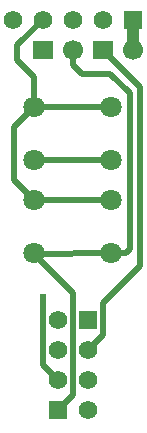
<source format=gtl>
G04 Layer: TopLayer*
G04 EasyEDA v6.5.39, 2024-01-09 17:58:11*
G04 513add75e8284d268c780af8c863d2b6,7c1e8d740ba24e6f83eb2d53d3341807,10*
G04 Gerber Generator version 0.2*
G04 Scale: 100 percent, Rotated: No, Reflected: No *
G04 Dimensions in millimeters *
G04 leading zeros omitted , absolute positions ,4 integer and 5 decimal *
%FSLAX45Y45*%
%MOMM*%

%AMMACRO1*21,1,$1,$2,0,0,$3*%
%ADD10C,1.0000*%
%ADD11C,0.5000*%
%ADD12MACRO1,1.5748X1.5748X90.0000*%
%ADD13C,1.5748*%
%ADD14MACRO1,1.5748X1.5748X-90.0000*%
%ADD15R,1.5748X1.5748*%
%ADD16R,1.7000X1.5748*%
%ADD17C,1.7000*%
%ADD18C,1.8000*%
%ADD19C,0.6200*%

%LPD*%
D10*
X508000Y1663700D02*
G01*
X508000Y1409700D01*
D11*
X-324993Y-313893D02*
G01*
X-321386Y-317500D01*
X324993Y-313893D01*
X-127000Y-1384300D02*
G01*
X-254000Y-1257300D01*
X-254000Y-685800D01*
X-254000Y1663700D02*
G01*
X-469900Y1447800D01*
X-469900Y1320800D01*
X-324993Y1175893D01*
X-324993Y923493D01*
X-324993Y923493D02*
G01*
X324993Y923493D01*
X-324993Y136093D02*
G01*
X324993Y136093D01*
X254000Y1409700D02*
G01*
X571500Y1092200D01*
X571500Y-419100D01*
X254000Y-736600D01*
X254000Y-1003300D01*
X127000Y-1130300D01*
X0Y1409700D02*
G01*
X0Y1282700D01*
X76200Y1206500D01*
X317500Y1206500D01*
X482600Y1041400D01*
X482600Y-279400D01*
X448055Y-313944D01*
X324865Y-313944D01*
X-127000Y-1638300D02*
G01*
X0Y-1511300D01*
X0Y-647700D01*
X-324993Y-322706D01*
X-324993Y-313893D01*
X-324865Y923544D02*
G01*
X-495300Y753110D01*
X-495300Y306323D01*
X-324865Y136144D01*
X-324993Y473506D02*
G01*
X324993Y473506D01*
D12*
G01*
X-127000Y-1638300D03*
D13*
G01*
X-127000Y-1384300D03*
G01*
X-127000Y-1130300D03*
G01*
X-127000Y-876300D03*
D14*
G01*
X127000Y-876300D03*
D13*
G01*
X127000Y-1130300D03*
G01*
X127000Y-1384300D03*
G01*
X127000Y-1638300D03*
G01*
X-508000Y1663700D03*
G01*
X-254000Y1663700D03*
G01*
X0Y1663700D03*
G01*
X254000Y1663700D03*
D15*
G01*
X508000Y1663700D03*
D16*
G01*
X-254000Y1409700D03*
D17*
G01*
X0Y1409700D03*
D18*
G01*
X-324993Y923493D03*
G01*
X324993Y923493D03*
G01*
X-324993Y473506D03*
G01*
X324993Y473506D03*
G01*
X-324993Y136093D03*
G01*
X324993Y136093D03*
G01*
X-324993Y-313893D03*
G01*
X324993Y-313893D03*
D16*
G01*
X254000Y1409700D03*
D17*
G01*
X508000Y1409700D03*
D19*
G01*
X-254000Y-685800D03*
M02*

</source>
